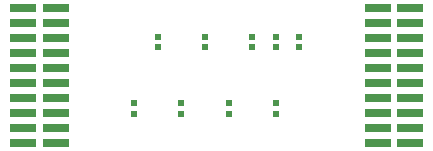
<source format=gbp>
G04 #@! TF.FileFunction,Paste,Bot*
%FSLAX46Y46*%
G04 Gerber Fmt 4.6, Leading zero omitted, Abs format (unit mm)*
G04 Created by KiCad (PCBNEW 4.0.2+e4-6225~38~ubuntu14.04.1-stable) date Mon 27 Jun 2016 22:43:40 BST*
%MOMM*%
G01*
G04 APERTURE LIST*
%ADD10C,0.100000*%
%ADD11R,2.220000X0.740000*%
%ADD12R,0.620000X0.620000*%
G04 APERTURE END LIST*
D10*
D11*
X83635000Y-94285000D03*
X86365000Y-94285000D03*
X83635000Y-95555000D03*
X86365000Y-95555000D03*
X83635000Y-96825000D03*
X86365000Y-96825000D03*
X83635000Y-98095000D03*
X86365000Y-98095000D03*
X83635000Y-99365000D03*
X86365000Y-99365000D03*
X83635000Y-100635000D03*
X86365000Y-100635000D03*
X83635000Y-101905000D03*
X86365000Y-101905000D03*
X83635000Y-103175000D03*
X86365000Y-103175000D03*
X83635000Y-104445000D03*
X86365000Y-104445000D03*
X83635000Y-105715000D03*
X86365000Y-105715000D03*
X113635000Y-94285000D03*
X116365000Y-94285000D03*
X113635000Y-95555000D03*
X116365000Y-95555000D03*
X113635000Y-96825000D03*
X116365000Y-96825000D03*
X113635000Y-98095000D03*
X116365000Y-98095000D03*
X113635000Y-99365000D03*
X116365000Y-99365000D03*
X113635000Y-100635000D03*
X116365000Y-100635000D03*
X113635000Y-101905000D03*
X116365000Y-101905000D03*
X113635000Y-103175000D03*
X116365000Y-103175000D03*
X113635000Y-104445000D03*
X116365000Y-104445000D03*
X113635000Y-105715000D03*
X116365000Y-105715000D03*
D12*
X95000000Y-96700000D03*
X95000000Y-97600000D03*
X99000000Y-96700000D03*
X99000000Y-97600000D03*
X103000000Y-96700000D03*
X103000000Y-97600000D03*
X93000000Y-103250000D03*
X93000000Y-102350000D03*
X105000000Y-103250000D03*
X105000000Y-102350000D03*
X101000000Y-103250000D03*
X101000000Y-102350000D03*
X97000000Y-103250000D03*
X97000000Y-102350000D03*
X105000000Y-96700000D03*
X105000000Y-97600000D03*
X107000000Y-96700000D03*
X107000000Y-97600000D03*
M02*

</source>
